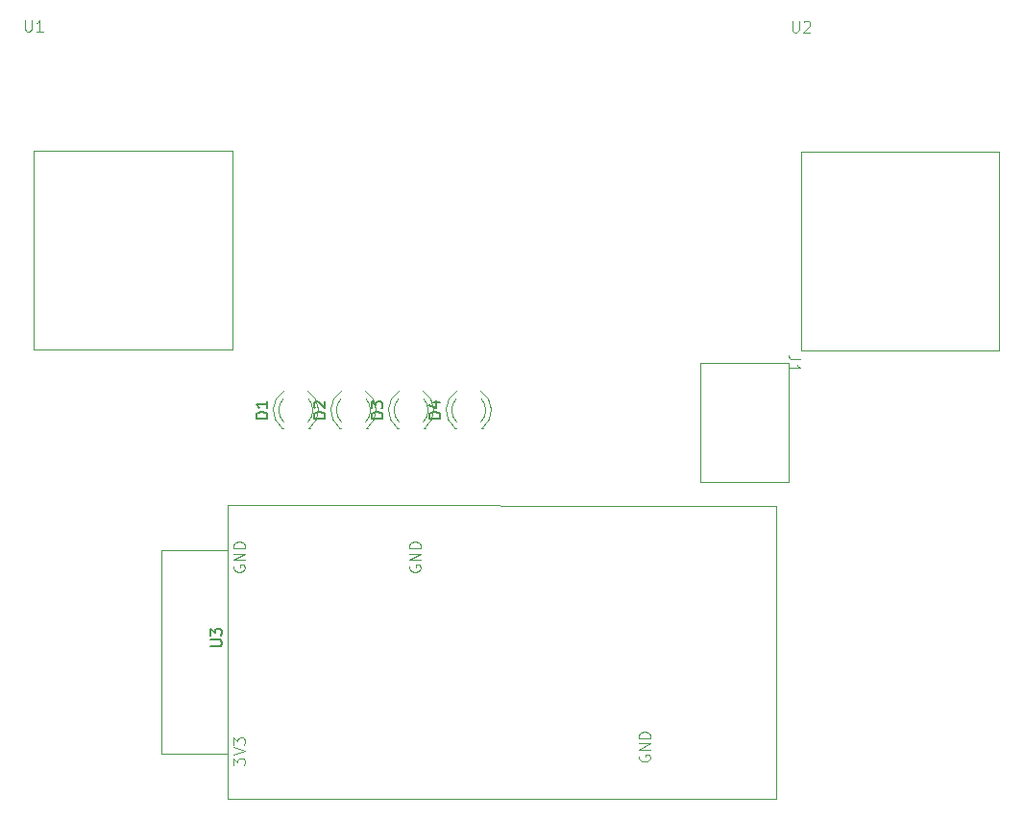
<source format=gbr>
%TF.GenerationSoftware,KiCad,Pcbnew,8.0.3*%
%TF.CreationDate,2024-08-21T11:04:36-06:00*%
%TF.ProjectId,controller,636f6e74-726f-46c6-9c65-722e6b696361,rev?*%
%TF.SameCoordinates,Original*%
%TF.FileFunction,Legend,Top*%
%TF.FilePolarity,Positive*%
%FSLAX46Y46*%
G04 Gerber Fmt 4.6, Leading zero omitted, Abs format (unit mm)*
G04 Created by KiCad (PCBNEW 8.0.3) date 2024-08-21 11:04:36*
%MOMM*%
%LPD*%
G01*
G04 APERTURE LIST*
%ADD10C,0.150000*%
%ADD11C,0.100000*%
%ADD12C,0.120000*%
G04 APERTURE END LIST*
D10*
X101888819Y-79478094D02*
X100888819Y-79478094D01*
X100888819Y-79478094D02*
X100888819Y-79239999D01*
X100888819Y-79239999D02*
X100936438Y-79097142D01*
X100936438Y-79097142D02*
X101031676Y-79001904D01*
X101031676Y-79001904D02*
X101126914Y-78954285D01*
X101126914Y-78954285D02*
X101317390Y-78906666D01*
X101317390Y-78906666D02*
X101460247Y-78906666D01*
X101460247Y-78906666D02*
X101650723Y-78954285D01*
X101650723Y-78954285D02*
X101745961Y-79001904D01*
X101745961Y-79001904D02*
X101841200Y-79097142D01*
X101841200Y-79097142D02*
X101888819Y-79239999D01*
X101888819Y-79239999D02*
X101888819Y-79478094D01*
X101888819Y-77954285D02*
X101888819Y-78525713D01*
X101888819Y-78239999D02*
X100888819Y-78239999D01*
X100888819Y-78239999D02*
X101031676Y-78335237D01*
X101031676Y-78335237D02*
X101126914Y-78430475D01*
X101126914Y-78430475D02*
X101174533Y-78525713D01*
X96870379Y-99566065D02*
X97679902Y-99566065D01*
X97679902Y-99566065D02*
X97775140Y-99518446D01*
X97775140Y-99518446D02*
X97822760Y-99470827D01*
X97822760Y-99470827D02*
X97870379Y-99375589D01*
X97870379Y-99375589D02*
X97870379Y-99185113D01*
X97870379Y-99185113D02*
X97822760Y-99089875D01*
X97822760Y-99089875D02*
X97775140Y-99042256D01*
X97775140Y-99042256D02*
X97679902Y-98994637D01*
X97679902Y-98994637D02*
X96870379Y-98994637D01*
X96870379Y-98613684D02*
X96870379Y-97994637D01*
X96870379Y-97994637D02*
X97251331Y-98327970D01*
X97251331Y-98327970D02*
X97251331Y-98185113D01*
X97251331Y-98185113D02*
X97298950Y-98089875D01*
X97298950Y-98089875D02*
X97346569Y-98042256D01*
X97346569Y-98042256D02*
X97441807Y-97994637D01*
X97441807Y-97994637D02*
X97679902Y-97994637D01*
X97679902Y-97994637D02*
X97775140Y-98042256D01*
X97775140Y-98042256D02*
X97822760Y-98089875D01*
X97822760Y-98089875D02*
X97870379Y-98185113D01*
X97870379Y-98185113D02*
X97870379Y-98470827D01*
X97870379Y-98470827D02*
X97822760Y-98566065D01*
X97822760Y-98566065D02*
X97775140Y-98613684D01*
D11*
X98887979Y-110045514D02*
X98887979Y-109426467D01*
X98887979Y-109426467D02*
X99268931Y-109759800D01*
X99268931Y-109759800D02*
X99268931Y-109616943D01*
X99268931Y-109616943D02*
X99316550Y-109521705D01*
X99316550Y-109521705D02*
X99364169Y-109474086D01*
X99364169Y-109474086D02*
X99459407Y-109426467D01*
X99459407Y-109426467D02*
X99697502Y-109426467D01*
X99697502Y-109426467D02*
X99792740Y-109474086D01*
X99792740Y-109474086D02*
X99840360Y-109521705D01*
X99840360Y-109521705D02*
X99887979Y-109616943D01*
X99887979Y-109616943D02*
X99887979Y-109902657D01*
X99887979Y-109902657D02*
X99840360Y-109997895D01*
X99840360Y-109997895D02*
X99792740Y-110045514D01*
X98887979Y-109140752D02*
X99887979Y-108807419D01*
X99887979Y-108807419D02*
X98887979Y-108474086D01*
X98887979Y-108235990D02*
X98887979Y-107616943D01*
X98887979Y-107616943D02*
X99268931Y-107950276D01*
X99268931Y-107950276D02*
X99268931Y-107807419D01*
X99268931Y-107807419D02*
X99316550Y-107712181D01*
X99316550Y-107712181D02*
X99364169Y-107664562D01*
X99364169Y-107664562D02*
X99459407Y-107616943D01*
X99459407Y-107616943D02*
X99697502Y-107616943D01*
X99697502Y-107616943D02*
X99792740Y-107664562D01*
X99792740Y-107664562D02*
X99840360Y-107712181D01*
X99840360Y-107712181D02*
X99887979Y-107807419D01*
X99887979Y-107807419D02*
X99887979Y-108093133D01*
X99887979Y-108093133D02*
X99840360Y-108188371D01*
X99840360Y-108188371D02*
X99792740Y-108235990D01*
X134685598Y-109176467D02*
X134637979Y-109271705D01*
X134637979Y-109271705D02*
X134637979Y-109414562D01*
X134637979Y-109414562D02*
X134685598Y-109557419D01*
X134685598Y-109557419D02*
X134780836Y-109652657D01*
X134780836Y-109652657D02*
X134876074Y-109700276D01*
X134876074Y-109700276D02*
X135066550Y-109747895D01*
X135066550Y-109747895D02*
X135209407Y-109747895D01*
X135209407Y-109747895D02*
X135399883Y-109700276D01*
X135399883Y-109700276D02*
X135495121Y-109652657D01*
X135495121Y-109652657D02*
X135590360Y-109557419D01*
X135590360Y-109557419D02*
X135637979Y-109414562D01*
X135637979Y-109414562D02*
X135637979Y-109319324D01*
X135637979Y-109319324D02*
X135590360Y-109176467D01*
X135590360Y-109176467D02*
X135542740Y-109128848D01*
X135542740Y-109128848D02*
X135209407Y-109128848D01*
X135209407Y-109128848D02*
X135209407Y-109319324D01*
X135637979Y-108700276D02*
X134637979Y-108700276D01*
X134637979Y-108700276D02*
X135637979Y-108128848D01*
X135637979Y-108128848D02*
X134637979Y-108128848D01*
X135637979Y-107652657D02*
X134637979Y-107652657D01*
X134637979Y-107652657D02*
X134637979Y-107414562D01*
X134637979Y-107414562D02*
X134685598Y-107271705D01*
X134685598Y-107271705D02*
X134780836Y-107176467D01*
X134780836Y-107176467D02*
X134876074Y-107128848D01*
X134876074Y-107128848D02*
X135066550Y-107081229D01*
X135066550Y-107081229D02*
X135209407Y-107081229D01*
X135209407Y-107081229D02*
X135399883Y-107128848D01*
X135399883Y-107128848D02*
X135495121Y-107176467D01*
X135495121Y-107176467D02*
X135590360Y-107271705D01*
X135590360Y-107271705D02*
X135637979Y-107414562D01*
X135637979Y-107414562D02*
X135637979Y-107652657D01*
X98935598Y-92426467D02*
X98887979Y-92521705D01*
X98887979Y-92521705D02*
X98887979Y-92664562D01*
X98887979Y-92664562D02*
X98935598Y-92807419D01*
X98935598Y-92807419D02*
X99030836Y-92902657D01*
X99030836Y-92902657D02*
X99126074Y-92950276D01*
X99126074Y-92950276D02*
X99316550Y-92997895D01*
X99316550Y-92997895D02*
X99459407Y-92997895D01*
X99459407Y-92997895D02*
X99649883Y-92950276D01*
X99649883Y-92950276D02*
X99745121Y-92902657D01*
X99745121Y-92902657D02*
X99840360Y-92807419D01*
X99840360Y-92807419D02*
X99887979Y-92664562D01*
X99887979Y-92664562D02*
X99887979Y-92569324D01*
X99887979Y-92569324D02*
X99840360Y-92426467D01*
X99840360Y-92426467D02*
X99792740Y-92378848D01*
X99792740Y-92378848D02*
X99459407Y-92378848D01*
X99459407Y-92378848D02*
X99459407Y-92569324D01*
X99887979Y-91950276D02*
X98887979Y-91950276D01*
X98887979Y-91950276D02*
X99887979Y-91378848D01*
X99887979Y-91378848D02*
X98887979Y-91378848D01*
X99887979Y-90902657D02*
X98887979Y-90902657D01*
X98887979Y-90902657D02*
X98887979Y-90664562D01*
X98887979Y-90664562D02*
X98935598Y-90521705D01*
X98935598Y-90521705D02*
X99030836Y-90426467D01*
X99030836Y-90426467D02*
X99126074Y-90378848D01*
X99126074Y-90378848D02*
X99316550Y-90331229D01*
X99316550Y-90331229D02*
X99459407Y-90331229D01*
X99459407Y-90331229D02*
X99649883Y-90378848D01*
X99649883Y-90378848D02*
X99745121Y-90426467D01*
X99745121Y-90426467D02*
X99840360Y-90521705D01*
X99840360Y-90521705D02*
X99887979Y-90664562D01*
X99887979Y-90664562D02*
X99887979Y-90902657D01*
X114435598Y-92426467D02*
X114387979Y-92521705D01*
X114387979Y-92521705D02*
X114387979Y-92664562D01*
X114387979Y-92664562D02*
X114435598Y-92807419D01*
X114435598Y-92807419D02*
X114530836Y-92902657D01*
X114530836Y-92902657D02*
X114626074Y-92950276D01*
X114626074Y-92950276D02*
X114816550Y-92997895D01*
X114816550Y-92997895D02*
X114959407Y-92997895D01*
X114959407Y-92997895D02*
X115149883Y-92950276D01*
X115149883Y-92950276D02*
X115245121Y-92902657D01*
X115245121Y-92902657D02*
X115340360Y-92807419D01*
X115340360Y-92807419D02*
X115387979Y-92664562D01*
X115387979Y-92664562D02*
X115387979Y-92569324D01*
X115387979Y-92569324D02*
X115340360Y-92426467D01*
X115340360Y-92426467D02*
X115292740Y-92378848D01*
X115292740Y-92378848D02*
X114959407Y-92378848D01*
X114959407Y-92378848D02*
X114959407Y-92569324D01*
X115387979Y-91950276D02*
X114387979Y-91950276D01*
X114387979Y-91950276D02*
X115387979Y-91378848D01*
X115387979Y-91378848D02*
X114387979Y-91378848D01*
X115387979Y-90902657D02*
X114387979Y-90902657D01*
X114387979Y-90902657D02*
X114387979Y-90664562D01*
X114387979Y-90664562D02*
X114435598Y-90521705D01*
X114435598Y-90521705D02*
X114530836Y-90426467D01*
X114530836Y-90426467D02*
X114626074Y-90378848D01*
X114626074Y-90378848D02*
X114816550Y-90331229D01*
X114816550Y-90331229D02*
X114959407Y-90331229D01*
X114959407Y-90331229D02*
X115149883Y-90378848D01*
X115149883Y-90378848D02*
X115245121Y-90426467D01*
X115245121Y-90426467D02*
X115340360Y-90521705D01*
X115340360Y-90521705D02*
X115387979Y-90664562D01*
X115387979Y-90664562D02*
X115387979Y-90902657D01*
X148835580Y-74272666D02*
X148121295Y-74272666D01*
X148121295Y-74272666D02*
X147978438Y-74225047D01*
X147978438Y-74225047D02*
X147883200Y-74129809D01*
X147883200Y-74129809D02*
X147835580Y-73986952D01*
X147835580Y-73986952D02*
X147835580Y-73891714D01*
X147835580Y-75272666D02*
X147835580Y-74701238D01*
X147835580Y-74986952D02*
X148835580Y-74986952D01*
X148835580Y-74986952D02*
X148692723Y-74891714D01*
X148692723Y-74891714D02*
X148597485Y-74796476D01*
X148597485Y-74796476D02*
X148549866Y-74701238D01*
D10*
X117128819Y-79478094D02*
X116128819Y-79478094D01*
X116128819Y-79478094D02*
X116128819Y-79239999D01*
X116128819Y-79239999D02*
X116176438Y-79097142D01*
X116176438Y-79097142D02*
X116271676Y-79001904D01*
X116271676Y-79001904D02*
X116366914Y-78954285D01*
X116366914Y-78954285D02*
X116557390Y-78906666D01*
X116557390Y-78906666D02*
X116700247Y-78906666D01*
X116700247Y-78906666D02*
X116890723Y-78954285D01*
X116890723Y-78954285D02*
X116985961Y-79001904D01*
X116985961Y-79001904D02*
X117081200Y-79097142D01*
X117081200Y-79097142D02*
X117128819Y-79239999D01*
X117128819Y-79239999D02*
X117128819Y-79478094D01*
X116462152Y-78049523D02*
X117128819Y-78049523D01*
X116081200Y-78287618D02*
X116795485Y-78525713D01*
X116795485Y-78525713D02*
X116795485Y-77906666D01*
X106968819Y-79478094D02*
X105968819Y-79478094D01*
X105968819Y-79478094D02*
X105968819Y-79239999D01*
X105968819Y-79239999D02*
X106016438Y-79097142D01*
X106016438Y-79097142D02*
X106111676Y-79001904D01*
X106111676Y-79001904D02*
X106206914Y-78954285D01*
X106206914Y-78954285D02*
X106397390Y-78906666D01*
X106397390Y-78906666D02*
X106540247Y-78906666D01*
X106540247Y-78906666D02*
X106730723Y-78954285D01*
X106730723Y-78954285D02*
X106825961Y-79001904D01*
X106825961Y-79001904D02*
X106921200Y-79097142D01*
X106921200Y-79097142D02*
X106968819Y-79239999D01*
X106968819Y-79239999D02*
X106968819Y-79478094D01*
X106064057Y-78525713D02*
X106016438Y-78478094D01*
X106016438Y-78478094D02*
X105968819Y-78382856D01*
X105968819Y-78382856D02*
X105968819Y-78144761D01*
X105968819Y-78144761D02*
X106016438Y-78049523D01*
X106016438Y-78049523D02*
X106064057Y-78001904D01*
X106064057Y-78001904D02*
X106159295Y-77954285D01*
X106159295Y-77954285D02*
X106254533Y-77954285D01*
X106254533Y-77954285D02*
X106397390Y-78001904D01*
X106397390Y-78001904D02*
X106968819Y-78573332D01*
X106968819Y-78573332D02*
X106968819Y-77954285D01*
D11*
X80518095Y-44337419D02*
X80518095Y-45146942D01*
X80518095Y-45146942D02*
X80565714Y-45242180D01*
X80565714Y-45242180D02*
X80613333Y-45289800D01*
X80613333Y-45289800D02*
X80708571Y-45337419D01*
X80708571Y-45337419D02*
X80899047Y-45337419D01*
X80899047Y-45337419D02*
X80994285Y-45289800D01*
X80994285Y-45289800D02*
X81041904Y-45242180D01*
X81041904Y-45242180D02*
X81089523Y-45146942D01*
X81089523Y-45146942D02*
X81089523Y-44337419D01*
X82089523Y-45337419D02*
X81518095Y-45337419D01*
X81803809Y-45337419D02*
X81803809Y-44337419D01*
X81803809Y-44337419D02*
X81708571Y-44480276D01*
X81708571Y-44480276D02*
X81613333Y-44575514D01*
X81613333Y-44575514D02*
X81518095Y-44623133D01*
D10*
X112048819Y-79478094D02*
X111048819Y-79478094D01*
X111048819Y-79478094D02*
X111048819Y-79239999D01*
X111048819Y-79239999D02*
X111096438Y-79097142D01*
X111096438Y-79097142D02*
X111191676Y-79001904D01*
X111191676Y-79001904D02*
X111286914Y-78954285D01*
X111286914Y-78954285D02*
X111477390Y-78906666D01*
X111477390Y-78906666D02*
X111620247Y-78906666D01*
X111620247Y-78906666D02*
X111810723Y-78954285D01*
X111810723Y-78954285D02*
X111905961Y-79001904D01*
X111905961Y-79001904D02*
X112001200Y-79097142D01*
X112001200Y-79097142D02*
X112048819Y-79239999D01*
X112048819Y-79239999D02*
X112048819Y-79478094D01*
X111048819Y-78573332D02*
X111048819Y-77954285D01*
X111048819Y-77954285D02*
X111429771Y-78287618D01*
X111429771Y-78287618D02*
X111429771Y-78144761D01*
X111429771Y-78144761D02*
X111477390Y-78049523D01*
X111477390Y-78049523D02*
X111525009Y-78001904D01*
X111525009Y-78001904D02*
X111620247Y-77954285D01*
X111620247Y-77954285D02*
X111858342Y-77954285D01*
X111858342Y-77954285D02*
X111953580Y-78001904D01*
X111953580Y-78001904D02*
X112001200Y-78049523D01*
X112001200Y-78049523D02*
X112048819Y-78144761D01*
X112048819Y-78144761D02*
X112048819Y-78430475D01*
X112048819Y-78430475D02*
X112001200Y-78525713D01*
X112001200Y-78525713D02*
X111953580Y-78573332D01*
D11*
X148151095Y-44406419D02*
X148151095Y-45215942D01*
X148151095Y-45215942D02*
X148198714Y-45311180D01*
X148198714Y-45311180D02*
X148246333Y-45358800D01*
X148246333Y-45358800D02*
X148341571Y-45406419D01*
X148341571Y-45406419D02*
X148532047Y-45406419D01*
X148532047Y-45406419D02*
X148627285Y-45358800D01*
X148627285Y-45358800D02*
X148674904Y-45311180D01*
X148674904Y-45311180D02*
X148722523Y-45215942D01*
X148722523Y-45215942D02*
X148722523Y-44406419D01*
X149151095Y-44501657D02*
X149198714Y-44454038D01*
X149198714Y-44454038D02*
X149293952Y-44406419D01*
X149293952Y-44406419D02*
X149532047Y-44406419D01*
X149532047Y-44406419D02*
X149627285Y-44454038D01*
X149627285Y-44454038D02*
X149674904Y-44501657D01*
X149674904Y-44501657D02*
X149722523Y-44596895D01*
X149722523Y-44596895D02*
X149722523Y-44692133D01*
X149722523Y-44692133D02*
X149674904Y-44834990D01*
X149674904Y-44834990D02*
X149103476Y-45406419D01*
X149103476Y-45406419D02*
X149722523Y-45406419D01*
D12*
%TO.C,D1*%
X103158000Y-80300000D02*
X103314000Y-80300000D01*
X105474000Y-80300000D02*
X105630000Y-80300000D01*
X103158484Y-80300000D02*
G75*
G02*
X103315392Y-77067665I1235516J1560000D01*
G01*
X103314000Y-79780961D02*
G75*
G02*
X103314163Y-77698870I1080000J1040961D01*
G01*
X105472608Y-77067665D02*
G75*
G02*
X105629516Y-80300000I-1078608J-1672335D01*
G01*
X105473837Y-77698870D02*
G75*
G02*
X105474000Y-79780961I-1079837J-1041130D01*
G01*
%TO.C,U3*%
X92502440Y-91060841D02*
X98395240Y-91060841D01*
X92502440Y-109044041D02*
X92502440Y-91060841D01*
X98395240Y-109044041D02*
X92502440Y-109044041D01*
X98415560Y-87144161D02*
X98415560Y-113004160D01*
X98415560Y-113004160D02*
X146765560Y-113007840D01*
X146765560Y-87147841D02*
X98415560Y-87144161D01*
X146765560Y-113007840D02*
X146765560Y-87147841D01*
%TO.C,J1*%
D11*
X147793000Y-74606000D02*
X140043000Y-74606000D01*
X140043000Y-85106000D01*
X147793000Y-85106000D01*
X147793000Y-74606000D01*
D12*
%TO.C,D4*%
X118398000Y-80300000D02*
X118554000Y-80300000D01*
X120714000Y-80300000D02*
X120870000Y-80300000D01*
X118398484Y-80300000D02*
G75*
G02*
X118555392Y-77067665I1235516J1560000D01*
G01*
X118554000Y-79780961D02*
G75*
G02*
X118554163Y-77698870I1080000J1040961D01*
G01*
X120712608Y-77067665D02*
G75*
G02*
X120869516Y-80300000I-1078608J-1672335D01*
G01*
X120713837Y-77698870D02*
G75*
G02*
X120714000Y-79780961I-1079837J-1041130D01*
G01*
%TO.C,D2*%
X108238000Y-80300000D02*
X108394000Y-80300000D01*
X110554000Y-80300000D02*
X110710000Y-80300000D01*
X108238484Y-80300000D02*
G75*
G02*
X108395392Y-77067665I1235516J1560000D01*
G01*
X108394000Y-79780961D02*
G75*
G02*
X108394163Y-77698870I1080000J1040961D01*
G01*
X110552608Y-77067665D02*
G75*
G02*
X110709516Y-80300000I-1078608J-1672335D01*
G01*
X110553837Y-77698870D02*
G75*
G02*
X110554000Y-79780961I-1079837J-1041130D01*
G01*
%TO.C,U1*%
D11*
X81280000Y-55880000D02*
X98780000Y-55880000D01*
X98780000Y-73380000D01*
X81280000Y-73380000D01*
X81280000Y-55880000D01*
D12*
%TO.C,D3*%
X113318000Y-80300000D02*
X113474000Y-80300000D01*
X115634000Y-80300000D02*
X115790000Y-80300000D01*
X113318484Y-80300000D02*
G75*
G02*
X113475392Y-77067665I1235516J1560000D01*
G01*
X113474000Y-79780961D02*
G75*
G02*
X113474163Y-77698870I1080000J1040961D01*
G01*
X115632608Y-77067665D02*
G75*
G02*
X115789516Y-80300000I-1078608J-1672335D01*
G01*
X115633837Y-77698870D02*
G75*
G02*
X115634000Y-79780961I-1079837J-1041130D01*
G01*
%TO.C,U2*%
D11*
X148913000Y-55949000D02*
X166413000Y-55949000D01*
X166413000Y-73449000D01*
X148913000Y-73449000D01*
X148913000Y-55949000D01*
%TD*%
M02*

</source>
